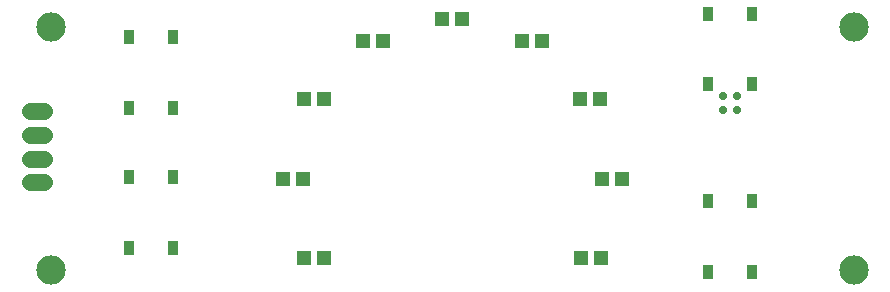
<source format=gbr>
G04 EAGLE Gerber RS-274X export*
G75*
%MOMM*%
%FSLAX34Y34*%
%LPD*%
%INSoldermask Top*%
%IPPOS*%
%AMOC8*
5,1,8,0,0,1.08239X$1,22.5*%
G01*
%ADD10C,2.489200*%
%ADD11C,1.411200*%
%ADD12R,1.203200X1.203200*%
%ADD13R,0.903200X1.203200*%
%ADD14C,0.740000*%


D10*
X45000Y251337D03*
X45000Y45089D03*
X724958Y251337D03*
X724958Y45089D03*
D11*
X39020Y119760D02*
X26940Y119760D01*
X26940Y139760D02*
X39020Y139760D01*
X39020Y159760D02*
X26940Y159760D01*
X26940Y179760D02*
X39020Y179760D01*
D12*
X259532Y55254D03*
X276532Y55254D03*
D13*
X601446Y202434D03*
X601446Y262434D03*
X638446Y202434D03*
X638446Y262434D03*
X111484Y63988D03*
X111484Y123988D03*
X148484Y63988D03*
X148484Y123988D03*
X111420Y182502D03*
X111420Y242502D03*
X148420Y182502D03*
X148420Y242502D03*
X601310Y43690D03*
X601310Y103690D03*
X638310Y43690D03*
X638310Y103690D03*
D12*
X241500Y122524D03*
X258500Y122524D03*
X259548Y190302D03*
X276548Y190302D03*
X309024Y239524D03*
X326024Y239524D03*
X376516Y257746D03*
X393516Y257746D03*
X444008Y239524D03*
X461008Y239524D03*
X493262Y190270D03*
X510262Y190270D03*
X511484Y122508D03*
X528484Y122508D03*
X493500Y55254D03*
X510500Y55254D03*
D14*
X625760Y180944D03*
X613760Y192944D03*
X613760Y180944D03*
X625760Y192944D03*
M02*

</source>
